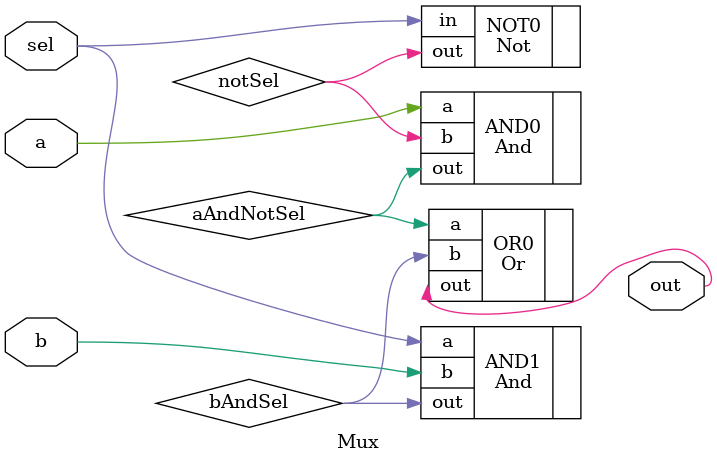
<source format=v>
/** 
 * Multiplexor:
 * out = a if sel == 0
 *       b otherwise
 */

`default_nettype none
module Mux(
	input a,
	input b,
	input sel,
	output out
);

	wire notSel;
    wire aAndNotSel;
    wire bAndSel;

    Not NOT0(.out(notSel),.in(sel));
    And AND0(.out(aAndNotSel),.a(a),.b(notSel));
    And AND1(.out(bAndSel),.a(sel),.b(b));
    Or OR0(.out(out),.a(aAndNotSel),.b(bAndSel));

endmodule


</source>
